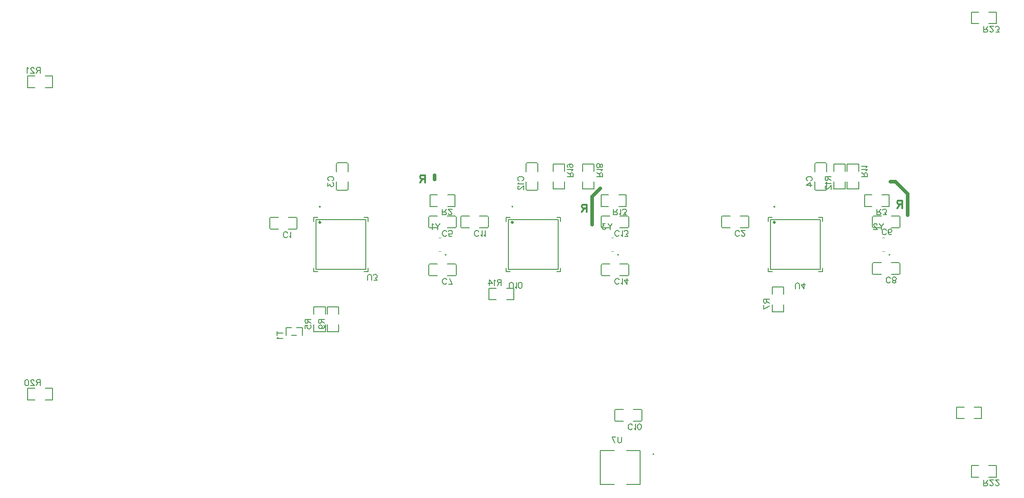
<source format=gbo>
G04 Layer: BottomSilkscreenLayer*
G04 EasyEDA v6.5.34, 2023-09-07 22:36:22*
G04 6936e88fb932453b8581c8861ee1522a,0b3e81c085af431c91bff7fd5324728f,10*
G04 Gerber Generator version 0.2*
G04 Scale: 100 percent, Rotated: No, Reflected: No *
G04 Dimensions in millimeters *
G04 leading zeros omitted , absolute positions ,4 integer and 5 decimal *
%FSLAX45Y45*%
%MOMM*%

%ADD10C,0.3000*%
%ADD11C,0.1524*%
%ADD12C,0.7000*%
%ADD13C,0.1001*%
%ADD14C,0.1270*%
%ADD15C,0.1999*%
%ADD16C,0.2000*%
%ADD17C,0.0164*%

%LPD*%
D10*
X7999984Y6301351D02*
G01*
X7999984Y6158169D01*
X7999984Y6301351D02*
G01*
X7938620Y6301351D01*
X7918165Y6294534D01*
X7911348Y6287714D01*
X7904530Y6274079D01*
X7904530Y6260442D01*
X7911348Y6246804D01*
X7918165Y6239987D01*
X7938620Y6233170D01*
X7999984Y6233170D01*
X7952257Y6233170D02*
G01*
X7904530Y6158169D01*
X16924964Y5826351D02*
G01*
X16924964Y5683168D01*
X16924964Y5826351D02*
G01*
X16863601Y5826351D01*
X16843146Y5819533D01*
X16836329Y5812713D01*
X16829511Y5799079D01*
X16829511Y5785441D01*
X16836329Y5771804D01*
X16843146Y5764987D01*
X16863601Y5758169D01*
X16924964Y5758169D01*
X16877238Y5758169D02*
G01*
X16829511Y5683168D01*
X11024979Y5751352D02*
G01*
X11024979Y5608170D01*
X11024979Y5751352D02*
G01*
X10963615Y5751352D01*
X10943160Y5744535D01*
X10936343Y5737715D01*
X10929526Y5724080D01*
X10929526Y5710443D01*
X10936343Y5696805D01*
X10943160Y5689988D01*
X10963615Y5683171D01*
X11024979Y5683171D01*
X10977252Y5683171D02*
G01*
X10929526Y5608170D01*
D11*
X11877908Y1558229D02*
G01*
X11872711Y1547837D01*
X11862320Y1537446D01*
X11851932Y1532252D01*
X11831149Y1532252D01*
X11820758Y1537446D01*
X11810367Y1547837D01*
X11805170Y1558229D01*
X11799976Y1573817D01*
X11799976Y1599793D01*
X11805170Y1615379D01*
X11810367Y1625770D01*
X11820758Y1636161D01*
X11831149Y1641355D01*
X11851932Y1641355D01*
X11862320Y1636161D01*
X11872711Y1625770D01*
X11877908Y1615379D01*
X11912198Y1553034D02*
G01*
X11922589Y1547837D01*
X11938175Y1532252D01*
X11938175Y1641355D01*
X12003638Y1532252D02*
G01*
X11988050Y1537446D01*
X11977662Y1553034D01*
X11972465Y1579011D01*
X11972465Y1594596D01*
X11977662Y1620575D01*
X11988050Y1636161D01*
X12003638Y1641355D01*
X12014029Y1641355D01*
X12029615Y1636161D01*
X12040006Y1620575D01*
X12045200Y1594596D01*
X12045200Y1579011D01*
X12040006Y1553034D01*
X12029615Y1537446D01*
X12014029Y1532252D01*
X12003638Y1532252D01*
X9002857Y5183240D02*
G01*
X8997660Y5172849D01*
X8987269Y5162458D01*
X8976880Y5157264D01*
X8956098Y5157264D01*
X8945707Y5162458D01*
X8935316Y5172849D01*
X8930119Y5183240D01*
X8924925Y5198828D01*
X8924925Y5224805D01*
X8930119Y5240390D01*
X8935316Y5250781D01*
X8945707Y5261173D01*
X8956098Y5266367D01*
X8976880Y5266367D01*
X8987269Y5261173D01*
X8997660Y5250781D01*
X9002857Y5240390D01*
X9037147Y5178046D02*
G01*
X9047538Y5172849D01*
X9063123Y5157264D01*
X9063123Y5266367D01*
X9097413Y5178046D02*
G01*
X9107804Y5172849D01*
X9123390Y5157264D01*
X9123390Y5266367D01*
X9758243Y6197132D02*
G01*
X9747851Y6202329D01*
X9737460Y6212720D01*
X9732266Y6223109D01*
X9732266Y6243891D01*
X9737460Y6254282D01*
X9747851Y6264673D01*
X9758243Y6269870D01*
X9773831Y6275064D01*
X9799807Y6275064D01*
X9815393Y6269870D01*
X9825784Y6264673D01*
X9836175Y6254282D01*
X9841369Y6243891D01*
X9841369Y6223109D01*
X9836175Y6212720D01*
X9825784Y6202329D01*
X9815393Y6197132D01*
X9753048Y6162842D02*
G01*
X9747851Y6152451D01*
X9732266Y6136866D01*
X9841369Y6136866D01*
X9758243Y6097379D02*
G01*
X9753048Y6097379D01*
X9742657Y6092184D01*
X9737460Y6086990D01*
X9732266Y6076599D01*
X9732266Y6055817D01*
X9737460Y6045426D01*
X9742657Y6040229D01*
X9753048Y6035034D01*
X9763439Y6035034D01*
X9773831Y6040229D01*
X9789416Y6050620D01*
X9841369Y6102576D01*
X9841369Y6029840D01*
X11627845Y5183266D02*
G01*
X11622648Y5172875D01*
X11612257Y5162483D01*
X11601869Y5157289D01*
X11581086Y5157289D01*
X11570695Y5162483D01*
X11560304Y5172875D01*
X11555107Y5183266D01*
X11549913Y5198854D01*
X11549913Y5224830D01*
X11555107Y5240416D01*
X11560304Y5250807D01*
X11570695Y5261198D01*
X11581086Y5266392D01*
X11601869Y5266392D01*
X11612257Y5261198D01*
X11622648Y5250807D01*
X11627845Y5240416D01*
X11662135Y5178071D02*
G01*
X11672526Y5172875D01*
X11688112Y5157289D01*
X11688112Y5266392D01*
X11732793Y5157289D02*
G01*
X11789943Y5157289D01*
X11758769Y5198854D01*
X11774357Y5198854D01*
X11784749Y5204048D01*
X11789943Y5209242D01*
X11795137Y5224830D01*
X11795137Y5235221D01*
X11789943Y5250807D01*
X11779552Y5261198D01*
X11763966Y5266392D01*
X11748378Y5266392D01*
X11732793Y5261198D01*
X11727599Y5256004D01*
X11722402Y5245613D01*
X11627820Y4283242D02*
G01*
X11622623Y4272851D01*
X11612232Y4262460D01*
X11601843Y4257266D01*
X11581061Y4257266D01*
X11570670Y4262460D01*
X11560279Y4272851D01*
X11555082Y4283242D01*
X11549888Y4298830D01*
X11549888Y4324807D01*
X11555082Y4340392D01*
X11560279Y4350783D01*
X11570670Y4361174D01*
X11581061Y4366369D01*
X11601843Y4366369D01*
X11612232Y4361174D01*
X11622623Y4350783D01*
X11627820Y4340392D01*
X11662110Y4278048D02*
G01*
X11672501Y4272851D01*
X11688086Y4257266D01*
X11688086Y4366369D01*
X11774332Y4257266D02*
G01*
X11722376Y4330001D01*
X11800309Y4330001D01*
X11774332Y4257266D02*
G01*
X11774332Y4366369D01*
X800023Y2467703D02*
G01*
X800023Y2358600D01*
X800023Y2467703D02*
G01*
X753264Y2467703D01*
X737679Y2462509D01*
X732482Y2457312D01*
X727288Y2446921D01*
X727288Y2436530D01*
X732482Y2426139D01*
X737679Y2420945D01*
X753264Y2415750D01*
X800023Y2415750D01*
X763656Y2415750D02*
G01*
X727288Y2358600D01*
X687801Y2441727D02*
G01*
X687801Y2446921D01*
X682607Y2457312D01*
X677410Y2462509D01*
X667019Y2467703D01*
X646239Y2467703D01*
X635848Y2462509D01*
X630651Y2457312D01*
X625457Y2446921D01*
X625457Y2436530D01*
X630651Y2426139D01*
X641042Y2410553D01*
X692998Y2358600D01*
X620260Y2358600D01*
X554799Y2467703D02*
G01*
X570384Y2462509D01*
X580776Y2446921D01*
X585970Y2420945D01*
X585970Y2405359D01*
X580776Y2379380D01*
X570384Y2363795D01*
X554799Y2358600D01*
X544408Y2358600D01*
X528820Y2363795D01*
X518429Y2379380D01*
X513234Y2405359D01*
X513234Y2420945D01*
X518429Y2446921D01*
X528820Y2462509D01*
X544408Y2467703D01*
X554799Y2467703D01*
X800023Y8317704D02*
G01*
X800023Y8208601D01*
X800023Y8317704D02*
G01*
X753264Y8317704D01*
X737679Y8312510D01*
X732482Y8307313D01*
X727288Y8296922D01*
X727288Y8286531D01*
X732482Y8276140D01*
X737679Y8270946D01*
X753264Y8265751D01*
X800023Y8265751D01*
X763656Y8265751D02*
G01*
X727288Y8208601D01*
X687801Y8291728D02*
G01*
X687801Y8296922D01*
X682607Y8307313D01*
X677410Y8312510D01*
X667019Y8317704D01*
X646239Y8317704D01*
X635848Y8312510D01*
X630651Y8307313D01*
X625457Y8296922D01*
X625457Y8286531D01*
X630651Y8276140D01*
X641042Y8260554D01*
X692998Y8208601D01*
X620260Y8208601D01*
X585970Y8296922D02*
G01*
X575579Y8302119D01*
X559993Y8317704D01*
X559993Y8208601D01*
X18449975Y482267D02*
G01*
X18449975Y591370D01*
X18449975Y482267D02*
G01*
X18496734Y482267D01*
X18512320Y487461D01*
X18517516Y492658D01*
X18522711Y503049D01*
X18522711Y513440D01*
X18517516Y523831D01*
X18512320Y529026D01*
X18496734Y534220D01*
X18449975Y534220D01*
X18486343Y534220D02*
G01*
X18522711Y591370D01*
X18562198Y508243D02*
G01*
X18562198Y503049D01*
X18567392Y492658D01*
X18572589Y487461D01*
X18582980Y482267D01*
X18603760Y482267D01*
X18614151Y487461D01*
X18619348Y492658D01*
X18624542Y503049D01*
X18624542Y513440D01*
X18619348Y523831D01*
X18608956Y539417D01*
X18557001Y591370D01*
X18629739Y591370D01*
X18669223Y508243D02*
G01*
X18669223Y503049D01*
X18674420Y492658D01*
X18679614Y487461D01*
X18690005Y482267D01*
X18710788Y482267D01*
X18721179Y487461D01*
X18726373Y492658D01*
X18731570Y503049D01*
X18731570Y513440D01*
X18726373Y523831D01*
X18715982Y539417D01*
X18664029Y591370D01*
X18736764Y591370D01*
X18449975Y8982250D02*
G01*
X18449975Y9091353D01*
X18449975Y8982250D02*
G01*
X18496734Y8982250D01*
X18512320Y8987444D01*
X18517516Y8992641D01*
X18522711Y9003032D01*
X18522711Y9013423D01*
X18517516Y9023814D01*
X18512320Y9029009D01*
X18496734Y9034203D01*
X18449975Y9034203D01*
X18486343Y9034203D02*
G01*
X18522711Y9091353D01*
X18562198Y9008226D02*
G01*
X18562198Y9003032D01*
X18567392Y8992641D01*
X18572589Y8987444D01*
X18582980Y8982250D01*
X18603760Y8982250D01*
X18614151Y8987444D01*
X18619348Y8992641D01*
X18624542Y9003032D01*
X18624542Y9013423D01*
X18619348Y9023814D01*
X18608956Y9039400D01*
X18557001Y9091353D01*
X18629739Y9091353D01*
X18674420Y8982250D02*
G01*
X18731570Y8982250D01*
X18700396Y9023814D01*
X18715982Y9023814D01*
X18726373Y9029009D01*
X18731570Y9034203D01*
X18736764Y9049791D01*
X18736764Y9060182D01*
X18731570Y9075767D01*
X18721179Y9086159D01*
X18705591Y9091353D01*
X18690005Y9091353D01*
X18674420Y9086159D01*
X18669223Y9080964D01*
X18664029Y9070573D01*
X10767717Y6274912D02*
G01*
X10658614Y6274912D01*
X10767717Y6274912D02*
G01*
X10767717Y6321671D01*
X10762523Y6337256D01*
X10757326Y6342453D01*
X10746935Y6347647D01*
X10736544Y6347647D01*
X10726153Y6342453D01*
X10720959Y6337256D01*
X10715764Y6321671D01*
X10715764Y6274912D01*
X10715764Y6311280D02*
G01*
X10658614Y6347647D01*
X10746935Y6381937D02*
G01*
X10752132Y6392329D01*
X10767717Y6407917D01*
X10658614Y6407917D01*
X10731350Y6509748D02*
G01*
X10715764Y6504551D01*
X10705373Y6494160D01*
X10700176Y6478574D01*
X10700176Y6473377D01*
X10705373Y6457792D01*
X10715764Y6447401D01*
X10731350Y6442207D01*
X10736544Y6442207D01*
X10752132Y6447401D01*
X10762523Y6457792D01*
X10767717Y6473377D01*
X10767717Y6478574D01*
X10762523Y6494160D01*
X10752132Y6504551D01*
X10731350Y6509748D01*
X10705373Y6509748D01*
X10679394Y6504551D01*
X10663809Y6494160D01*
X10658614Y6478574D01*
X10658614Y6468183D01*
X10663809Y6452598D01*
X10674200Y6447401D01*
X15482242Y6275064D02*
G01*
X15591345Y6275064D01*
X15482242Y6275064D02*
G01*
X15482242Y6228306D01*
X15487436Y6212720D01*
X15492633Y6207523D01*
X15503024Y6202329D01*
X15513415Y6202329D01*
X15523806Y6207523D01*
X15529001Y6212720D01*
X15534195Y6228306D01*
X15534195Y6275064D01*
X15534195Y6238697D02*
G01*
X15591345Y6202329D01*
X15503024Y6168039D02*
G01*
X15497827Y6157648D01*
X15482242Y6142060D01*
X15591345Y6142060D01*
X15508218Y6102576D02*
G01*
X15503024Y6102576D01*
X15492633Y6097379D01*
X15487436Y6092184D01*
X15482242Y6081793D01*
X15482242Y6061011D01*
X15487436Y6050620D01*
X15492633Y6045426D01*
X15503024Y6040229D01*
X15513415Y6040229D01*
X15523806Y6045426D01*
X15539392Y6055817D01*
X15591345Y6107770D01*
X15591345Y6035034D01*
X6007280Y3600063D02*
G01*
X6116383Y3600063D01*
X6007280Y3600063D02*
G01*
X6007280Y3553305D01*
X6012474Y3537719D01*
X6017671Y3532522D01*
X6028062Y3527328D01*
X6038453Y3527328D01*
X6048844Y3532522D01*
X6054039Y3537719D01*
X6059233Y3553305D01*
X6059233Y3600063D01*
X6059233Y3563696D02*
G01*
X6116383Y3527328D01*
X6043648Y3425497D02*
G01*
X6059233Y3430691D01*
X6069624Y3441082D01*
X6074821Y3456668D01*
X6074821Y3461865D01*
X6069624Y3477450D01*
X6059233Y3487841D01*
X6043648Y3493038D01*
X6038453Y3493038D01*
X6022865Y3487841D01*
X6012474Y3477450D01*
X6007280Y3461865D01*
X6007280Y3456668D01*
X6012474Y3441082D01*
X6022865Y3430691D01*
X6043648Y3425497D01*
X6069624Y3425497D01*
X6095603Y3430691D01*
X6111189Y3441082D01*
X6116383Y3456668D01*
X6116383Y3467059D01*
X6111189Y3482647D01*
X6100798Y3487841D01*
X8274984Y5394705D02*
G01*
X8233328Y5342889D01*
X8233328Y5285739D01*
X8191926Y5394705D02*
G01*
X8233328Y5342889D01*
X8157636Y5373878D02*
G01*
X8147222Y5379212D01*
X8131474Y5394705D01*
X8131474Y5285739D01*
X11499977Y5394705D02*
G01*
X11458575Y5342636D01*
X11458575Y5285486D01*
X11416918Y5394705D02*
G01*
X11458575Y5342636D01*
X11372215Y5394705D02*
G01*
X11315065Y5394705D01*
X11346306Y5353050D01*
X11330559Y5353050D01*
X11320399Y5347970D01*
X11315065Y5342636D01*
X11309984Y5327142D01*
X11309984Y5316728D01*
X11315065Y5301234D01*
X11325479Y5290820D01*
X11340972Y5285486D01*
X11356720Y5285486D01*
X11372215Y5290820D01*
X11377549Y5295900D01*
X11382629Y5306313D01*
X5231472Y3338669D02*
G01*
X5340438Y3338669D01*
X5231472Y3374991D02*
G01*
X5231472Y3302347D01*
X5252300Y3268057D02*
G01*
X5246966Y3257643D01*
X5231472Y3241895D01*
X5340438Y3241895D01*
X16574968Y5394705D02*
G01*
X16533566Y5342636D01*
X16533566Y5285486D01*
X16491910Y5394705D02*
G01*
X16533566Y5342636D01*
X16452540Y5368797D02*
G01*
X16452540Y5373878D01*
X16447206Y5384292D01*
X16442126Y5389626D01*
X16431712Y5394705D01*
X16410884Y5394705D01*
X16400470Y5389626D01*
X16395390Y5384292D01*
X16390056Y5373878D01*
X16390056Y5363463D01*
X16395390Y5353050D01*
X16405804Y5337555D01*
X16457620Y5285486D01*
X16384976Y5285486D01*
X11675376Y1397513D02*
G01*
X11675376Y1319535D01*
X11670296Y1304041D01*
X11659882Y1293627D01*
X11644388Y1288293D01*
X11633974Y1288293D01*
X11618226Y1293627D01*
X11607812Y1304041D01*
X11602732Y1319535D01*
X11602732Y1397513D01*
X11495798Y1397513D02*
G01*
X11547614Y1288293D01*
X11568442Y1397513D02*
G01*
X11495798Y1397513D01*
X5427967Y5158181D02*
G01*
X5422633Y5147767D01*
X5412219Y5137353D01*
X5402059Y5132273D01*
X5381231Y5132273D01*
X5370817Y5137353D01*
X5360403Y5147767D01*
X5355069Y5158181D01*
X5349989Y5173929D01*
X5349989Y5199837D01*
X5355069Y5215331D01*
X5360403Y5225745D01*
X5370817Y5236159D01*
X5381231Y5241239D01*
X5402059Y5241239D01*
X5412219Y5236159D01*
X5422633Y5225745D01*
X5427967Y5215331D01*
X5462257Y5153101D02*
G01*
X5472671Y5147767D01*
X5488165Y5132273D01*
X5488165Y5241239D01*
X6208179Y6197008D02*
G01*
X6197765Y6202342D01*
X6187351Y6212756D01*
X6182271Y6223170D01*
X6182271Y6243998D01*
X6187351Y6254158D01*
X6197765Y6264572D01*
X6208179Y6269906D01*
X6223927Y6274986D01*
X6249835Y6274986D01*
X6265329Y6269906D01*
X6275743Y6264572D01*
X6286157Y6254158D01*
X6291491Y6243998D01*
X6291491Y6223170D01*
X6286157Y6212756D01*
X6275743Y6202342D01*
X6265329Y6197008D01*
X6182271Y6152558D02*
G01*
X6182271Y6095408D01*
X6223927Y6126396D01*
X6223927Y6110902D01*
X6229007Y6100488D01*
X6234341Y6095408D01*
X6249835Y6090074D01*
X6260249Y6090074D01*
X6275743Y6095408D01*
X6286157Y6105568D01*
X6291491Y6121316D01*
X6291491Y6136810D01*
X6286157Y6152558D01*
X6281077Y6157638D01*
X6270663Y6162718D01*
X8402962Y5183179D02*
G01*
X8397628Y5172765D01*
X8387214Y5162351D01*
X8376800Y5157271D01*
X8355972Y5157271D01*
X8345812Y5162351D01*
X8335398Y5172765D01*
X8330064Y5183179D01*
X8324984Y5198927D01*
X8324984Y5224835D01*
X8330064Y5240329D01*
X8335398Y5250743D01*
X8345812Y5261157D01*
X8355972Y5266491D01*
X8376800Y5266491D01*
X8387214Y5261157D01*
X8397628Y5250743D01*
X8402962Y5240329D01*
X8499482Y5157271D02*
G01*
X8447412Y5157271D01*
X8442332Y5204007D01*
X8447412Y5198927D01*
X8463160Y5193593D01*
X8478654Y5193593D01*
X8494402Y5198927D01*
X8504562Y5209341D01*
X8509896Y5224835D01*
X8509896Y5235249D01*
X8504562Y5250743D01*
X8494402Y5261157D01*
X8478654Y5266491D01*
X8463160Y5266491D01*
X8447412Y5261157D01*
X8442332Y5256077D01*
X8437252Y5245663D01*
X8402962Y4283181D02*
G01*
X8397628Y4272767D01*
X8387214Y4262353D01*
X8376800Y4257273D01*
X8355972Y4257273D01*
X8345812Y4262353D01*
X8335398Y4272767D01*
X8330064Y4283181D01*
X8324984Y4298929D01*
X8324984Y4324837D01*
X8330064Y4340331D01*
X8335398Y4350745D01*
X8345812Y4361159D01*
X8355972Y4366493D01*
X8376800Y4366493D01*
X8387214Y4361159D01*
X8397628Y4350745D01*
X8402962Y4340331D01*
X8509896Y4257273D02*
G01*
X8457826Y4366493D01*
X8437252Y4257273D02*
G01*
X8509896Y4257273D01*
X8324984Y5557271D02*
G01*
X8324984Y5666491D01*
X8324984Y5557271D02*
G01*
X8371720Y5557271D01*
X8387214Y5562351D01*
X8392548Y5567685D01*
X8397628Y5578099D01*
X8397628Y5588513D01*
X8392548Y5598927D01*
X8387214Y5604007D01*
X8371720Y5609341D01*
X8324984Y5609341D01*
X8361306Y5609341D02*
G01*
X8397628Y5666491D01*
X8436998Y5583179D02*
G01*
X8436998Y5578099D01*
X8442332Y5567685D01*
X8447412Y5562351D01*
X8457826Y5557271D01*
X8478654Y5557271D01*
X8489068Y5562351D01*
X8494148Y5567685D01*
X8499482Y5578099D01*
X8499482Y5588513D01*
X8494148Y5598927D01*
X8483988Y5614421D01*
X8431918Y5666491D01*
X8504562Y5666491D01*
X5757273Y3599992D02*
G01*
X5866493Y3599992D01*
X5757273Y3599992D02*
G01*
X5757273Y3553256D01*
X5762353Y3537762D01*
X5767687Y3532428D01*
X5778101Y3527348D01*
X5788515Y3527348D01*
X5798929Y3532428D01*
X5804009Y3537762D01*
X5809343Y3553256D01*
X5809343Y3599992D01*
X5809343Y3563670D02*
G01*
X5866493Y3527348D01*
X5757273Y3430828D02*
G01*
X5757273Y3482644D01*
X5804009Y3487978D01*
X5798929Y3482644D01*
X5793595Y3467150D01*
X5793595Y3451402D01*
X5798929Y3435908D01*
X5809343Y3425494D01*
X5824837Y3420414D01*
X5835251Y3420414D01*
X5850745Y3425494D01*
X5861159Y3435908D01*
X5866493Y3451402D01*
X5866493Y3467150D01*
X5861159Y3482644D01*
X5856079Y3487978D01*
X5845665Y3493058D01*
X6925025Y4334654D02*
G01*
X6925025Y4412632D01*
X6930105Y4428126D01*
X6940519Y4438540D01*
X6956013Y4443874D01*
X6966427Y4443874D01*
X6982175Y4438540D01*
X6992589Y4428126D01*
X6997669Y4412632D01*
X6997669Y4334654D01*
X7042373Y4334654D02*
G01*
X7099523Y4334654D01*
X7068281Y4376310D01*
X7084029Y4376310D01*
X7094443Y4381390D01*
X7099523Y4386724D01*
X7104603Y4402218D01*
X7104603Y4412632D01*
X7099523Y4428126D01*
X7089109Y4438540D01*
X7073615Y4443874D01*
X7057867Y4443874D01*
X7042373Y4438540D01*
X7037293Y4433460D01*
X7031959Y4423046D01*
X13877950Y5183179D02*
G01*
X13872616Y5172765D01*
X13862202Y5162351D01*
X13851788Y5157271D01*
X13830960Y5157271D01*
X13820800Y5162351D01*
X13810386Y5172765D01*
X13805052Y5183179D01*
X13799972Y5198927D01*
X13799972Y5224835D01*
X13805052Y5240329D01*
X13810386Y5250743D01*
X13820800Y5261157D01*
X13830960Y5266491D01*
X13851788Y5266491D01*
X13862202Y5261157D01*
X13872616Y5250743D01*
X13877950Y5240329D01*
X13917320Y5183179D02*
G01*
X13917320Y5178099D01*
X13922400Y5167685D01*
X13927734Y5162351D01*
X13938148Y5157271D01*
X13958976Y5157271D01*
X13969390Y5162351D01*
X13974470Y5167685D01*
X13979550Y5178099D01*
X13979550Y5188513D01*
X13974470Y5198927D01*
X13964056Y5214421D01*
X13912240Y5266491D01*
X13984884Y5266491D01*
X15158161Y6197008D02*
G01*
X15147747Y6202342D01*
X15137333Y6212756D01*
X15132253Y6223170D01*
X15132253Y6243998D01*
X15137333Y6254158D01*
X15147747Y6264572D01*
X15158161Y6269906D01*
X15173909Y6274986D01*
X15199817Y6274986D01*
X15215311Y6269906D01*
X15225725Y6264572D01*
X15236139Y6254158D01*
X15241473Y6243998D01*
X15241473Y6223170D01*
X15236139Y6212756D01*
X15225725Y6202342D01*
X15215311Y6197008D01*
X15132253Y6110902D02*
G01*
X15204897Y6162718D01*
X15204897Y6084994D01*
X15132253Y6110902D02*
G01*
X15241473Y6110902D01*
X16628010Y5210558D02*
G01*
X16622676Y5200144D01*
X16612262Y5189730D01*
X16601848Y5184650D01*
X16581020Y5184650D01*
X16570860Y5189730D01*
X16560446Y5200144D01*
X16555112Y5210558D01*
X16550032Y5226306D01*
X16550032Y5252214D01*
X16555112Y5267708D01*
X16560446Y5278122D01*
X16570860Y5288536D01*
X16581020Y5293870D01*
X16601848Y5293870D01*
X16612262Y5288536D01*
X16622676Y5278122D01*
X16628010Y5267708D01*
X16724530Y5200144D02*
G01*
X16719450Y5189730D01*
X16703702Y5184650D01*
X16693288Y5184650D01*
X16677794Y5189730D01*
X16667380Y5205478D01*
X16662300Y5231386D01*
X16662300Y5257294D01*
X16667380Y5278122D01*
X16677794Y5288536D01*
X16693288Y5293870D01*
X16698622Y5293870D01*
X16714116Y5288536D01*
X16724530Y5278122D01*
X16729610Y5262628D01*
X16729610Y5257294D01*
X16724530Y5241800D01*
X16714116Y5231386D01*
X16698622Y5226306D01*
X16693288Y5226306D01*
X16677794Y5231386D01*
X16667380Y5241800D01*
X16662300Y5257294D01*
X16702946Y4308182D02*
G01*
X16697612Y4297768D01*
X16687198Y4287354D01*
X16676784Y4282274D01*
X16655956Y4282274D01*
X16645796Y4287354D01*
X16635382Y4297768D01*
X16630048Y4308182D01*
X16624968Y4323930D01*
X16624968Y4349838D01*
X16630048Y4365332D01*
X16635382Y4375746D01*
X16645796Y4386160D01*
X16655956Y4391494D01*
X16676784Y4391494D01*
X16687198Y4386160D01*
X16697612Y4375746D01*
X16702946Y4365332D01*
X16763144Y4282274D02*
G01*
X16747396Y4287354D01*
X16742316Y4297768D01*
X16742316Y4308182D01*
X16747396Y4318596D01*
X16757810Y4323930D01*
X16778638Y4329010D01*
X16794386Y4334344D01*
X16804546Y4344504D01*
X16809880Y4354918D01*
X16809880Y4370666D01*
X16804546Y4381080D01*
X16799466Y4386160D01*
X16783972Y4391494D01*
X16763144Y4391494D01*
X16747396Y4386160D01*
X16742316Y4381080D01*
X16737236Y4370666D01*
X16737236Y4354918D01*
X16742316Y4344504D01*
X16752730Y4334344D01*
X16768224Y4329010D01*
X16789052Y4323930D01*
X16799466Y4318596D01*
X16804546Y4308182D01*
X16804546Y4297768D01*
X16799466Y4287354D01*
X16783972Y4282274D01*
X16763144Y4282274D01*
X16449967Y5557271D02*
G01*
X16449967Y5666491D01*
X16449967Y5557271D02*
G01*
X16496703Y5557271D01*
X16512197Y5562351D01*
X16517531Y5567685D01*
X16522611Y5578099D01*
X16522611Y5588513D01*
X16517531Y5598927D01*
X16512197Y5604007D01*
X16496703Y5609341D01*
X16449967Y5609341D01*
X16486289Y5609341D02*
G01*
X16522611Y5666491D01*
X16567315Y5557271D02*
G01*
X16624465Y5557271D01*
X16593223Y5598927D01*
X16608971Y5598927D01*
X16619385Y5604007D01*
X16624465Y5609341D01*
X16629545Y5624835D01*
X16629545Y5635249D01*
X16624465Y5650743D01*
X16614051Y5661157D01*
X16598557Y5666491D01*
X16582809Y5666491D01*
X16567315Y5661157D01*
X16562235Y5656077D01*
X16556901Y5645663D01*
X14332254Y3974990D02*
G01*
X14441474Y3974990D01*
X14332254Y3974990D02*
G01*
X14332254Y3928254D01*
X14337334Y3912760D01*
X14342668Y3907426D01*
X14353082Y3902346D01*
X14363496Y3902346D01*
X14373910Y3907426D01*
X14378990Y3912760D01*
X14384324Y3928254D01*
X14384324Y3974990D01*
X14384324Y3938668D02*
G01*
X14441474Y3902346D01*
X14332254Y3795412D02*
G01*
X14441474Y3847228D01*
X14332254Y3868056D02*
G01*
X14332254Y3795412D01*
X16267684Y6274986D02*
G01*
X16158463Y6274986D01*
X16267684Y6274986D02*
G01*
X16267684Y6321722D01*
X16262604Y6337216D01*
X16257270Y6342550D01*
X16246856Y6347630D01*
X16236442Y6347630D01*
X16226027Y6342550D01*
X16220947Y6337216D01*
X16215613Y6321722D01*
X16215613Y6274986D01*
X16215613Y6311308D02*
G01*
X16158463Y6347630D01*
X16246856Y6381920D02*
G01*
X16252190Y6392334D01*
X16267684Y6407828D01*
X16158463Y6407828D01*
X16246856Y6442118D02*
G01*
X16252190Y6452532D01*
X16267684Y6468280D01*
X16158463Y6468280D01*
X14924971Y4173473D02*
G01*
X14924971Y4251452D01*
X14930051Y4266946D01*
X14940465Y4277360D01*
X14955959Y4282694D01*
X14966373Y4282694D01*
X14982121Y4277360D01*
X14992535Y4266946D01*
X14997615Y4251452D01*
X14997615Y4173473D01*
X15083975Y4173473D02*
G01*
X15031905Y4246118D01*
X15109883Y4246118D01*
X15083975Y4173473D02*
G01*
X15083975Y4282694D01*
X11524975Y5557271D02*
G01*
X11524975Y5666491D01*
X11524975Y5557271D02*
G01*
X11571711Y5557271D01*
X11587205Y5562351D01*
X11592539Y5567685D01*
X11597619Y5578099D01*
X11597619Y5588513D01*
X11592539Y5598927D01*
X11587205Y5604007D01*
X11571711Y5609341D01*
X11524975Y5609341D01*
X11561297Y5609341D02*
G01*
X11597619Y5666491D01*
X11631909Y5578099D02*
G01*
X11642323Y5572765D01*
X11657817Y5557271D01*
X11657817Y5666491D01*
X11702521Y5557271D02*
G01*
X11759671Y5557271D01*
X11728683Y5598927D01*
X11744177Y5598927D01*
X11754591Y5604007D01*
X11759671Y5609341D01*
X11765005Y5624835D01*
X11765005Y5635249D01*
X11759671Y5650743D01*
X11749257Y5661157D01*
X11733763Y5666491D01*
X11718269Y5666491D01*
X11702521Y5661157D01*
X11697441Y5656077D01*
X11692107Y5645663D01*
X9424982Y4342706D02*
G01*
X9424982Y4233486D01*
X9424982Y4342706D02*
G01*
X9378246Y4342706D01*
X9362752Y4337626D01*
X9357418Y4332292D01*
X9352338Y4321878D01*
X9352338Y4311464D01*
X9357418Y4301050D01*
X9362752Y4295970D01*
X9378246Y4290636D01*
X9424982Y4290636D01*
X9388660Y4290636D02*
G01*
X9352338Y4233486D01*
X9318048Y4321878D02*
G01*
X9307634Y4327212D01*
X9292140Y4342706D01*
X9292140Y4233486D01*
X9205780Y4342706D02*
G01*
X9257850Y4270062D01*
X9179872Y4270062D01*
X9205780Y4342706D02*
G01*
X9205780Y4233486D01*
X11317693Y6274986D02*
G01*
X11208473Y6274986D01*
X11317693Y6274986D02*
G01*
X11317693Y6321722D01*
X11312613Y6337216D01*
X11307279Y6342550D01*
X11296865Y6347630D01*
X11286451Y6347630D01*
X11276037Y6342550D01*
X11270957Y6337216D01*
X11265623Y6321722D01*
X11265623Y6274986D01*
X11265623Y6311308D02*
G01*
X11208473Y6347630D01*
X11296865Y6381920D02*
G01*
X11302199Y6392334D01*
X11317693Y6407828D01*
X11208473Y6407828D01*
X11317693Y6468280D02*
G01*
X11312613Y6452532D01*
X11302199Y6447452D01*
X11291785Y6447452D01*
X11281371Y6452532D01*
X11276037Y6462946D01*
X11270957Y6483774D01*
X11265623Y6499268D01*
X11255463Y6509682D01*
X11245049Y6515016D01*
X11229301Y6515016D01*
X11218887Y6509682D01*
X11213807Y6504602D01*
X11208473Y6488854D01*
X11208473Y6468280D01*
X11213807Y6452532D01*
X11218887Y6447452D01*
X11229301Y6442118D01*
X11245049Y6442118D01*
X11255463Y6447452D01*
X11265623Y6457866D01*
X11270957Y6473360D01*
X11276037Y6494188D01*
X11281371Y6504602D01*
X11291785Y6509682D01*
X11302199Y6509682D01*
X11312613Y6504602D01*
X11317693Y6488854D01*
X11317693Y6468280D01*
X9575040Y4184655D02*
G01*
X9575040Y4262633D01*
X9580120Y4278127D01*
X9590534Y4288541D01*
X9606028Y4293875D01*
X9616442Y4293875D01*
X9632190Y4288541D01*
X9642604Y4278127D01*
X9647684Y4262633D01*
X9647684Y4184655D01*
X9681974Y4205483D02*
G01*
X9692388Y4200149D01*
X9707882Y4184655D01*
X9707882Y4293875D01*
X9773414Y4184655D02*
G01*
X9757920Y4189735D01*
X9747506Y4205483D01*
X9742172Y4231391D01*
X9742172Y4246885D01*
X9747506Y4273047D01*
X9757920Y4288541D01*
X9773414Y4293875D01*
X9783828Y4293875D01*
X9799322Y4288541D01*
X9809736Y4273047D01*
X9815070Y4246885D01*
X9815070Y4231391D01*
X9809736Y4205483D01*
X9799322Y4189735D01*
X9783828Y4184655D01*
X9773414Y4184655D01*
D12*
X16699966Y6174986D02*
G01*
X16799966Y6174986D01*
X17024964Y5949988D01*
X17024964Y5549988D01*
X11274978Y6049987D02*
G01*
X11124979Y5899988D01*
X11124979Y5374987D01*
X8174984Y6299987D02*
G01*
X8174984Y6224986D01*
D11*
X12041019Y1690832D02*
G01*
X11892521Y1690832D01*
X11892521Y1909353D02*
G01*
X12041019Y1909353D01*
X12056259Y1894113D02*
G01*
X12056259Y1706072D01*
X11558780Y1690832D02*
G01*
X11707279Y1690832D01*
X11707279Y1909353D02*
G01*
X11558780Y1909353D01*
X11543540Y1894113D02*
G01*
X11543540Y1706072D01*
X9165993Y5315666D02*
G01*
X9017495Y5315666D01*
X9017495Y5534187D02*
G01*
X9165993Y5534187D01*
X9181233Y5518947D02*
G01*
X9181233Y5330906D01*
X8683754Y5315666D02*
G01*
X8832253Y5315666D01*
X8832253Y5534187D02*
G01*
X8683754Y5534187D01*
X8668514Y5518947D02*
G01*
X8668514Y5330906D01*
X9890795Y6033945D02*
G01*
X9890795Y6182443D01*
X10109316Y6182443D02*
G01*
X10109316Y6033945D01*
X10094076Y6018705D02*
G01*
X9906035Y6018705D01*
X9890795Y6516184D02*
G01*
X9890795Y6367686D01*
X10109316Y6367686D02*
G01*
X10109316Y6516184D01*
X10094076Y6531424D02*
G01*
X9906035Y6531424D01*
X11791083Y5315666D02*
G01*
X11642585Y5315666D01*
X11642585Y5534187D02*
G01*
X11791083Y5534187D01*
X11806323Y5518947D02*
G01*
X11806323Y5330906D01*
X11308844Y5315666D02*
G01*
X11457343Y5315666D01*
X11457343Y5534187D02*
G01*
X11308844Y5534187D01*
X11293604Y5518947D02*
G01*
X11293604Y5330906D01*
X11791083Y4415744D02*
G01*
X11642585Y4415744D01*
X11642585Y4634265D02*
G01*
X11791083Y4634265D01*
X11806323Y4619025D02*
G01*
X11806323Y4430984D01*
X11308844Y4415744D02*
G01*
X11457343Y4415744D01*
X11457343Y4634265D02*
G01*
X11308844Y4634265D01*
X11293604Y4619025D02*
G01*
X11293604Y4430984D01*
X704801Y2091979D02*
G01*
X568810Y2091979D01*
X568810Y2307798D01*
X704801Y2307798D01*
X895042Y2091979D02*
G01*
X1031034Y2091979D01*
X1031034Y2307798D01*
X895042Y2307798D01*
X704801Y7942107D02*
G01*
X568810Y7942107D01*
X568810Y8157926D01*
X704801Y8157926D01*
X895042Y7942107D02*
G01*
X1031034Y7942107D01*
X1031034Y8157926D01*
X895042Y8157926D01*
X18544994Y857966D02*
G01*
X18680986Y857966D01*
X18680986Y642147D01*
X18544994Y642147D01*
X18354753Y857966D02*
G01*
X18218762Y857966D01*
X18218762Y642147D01*
X18354753Y642147D01*
X18544994Y9357822D02*
G01*
X18680986Y9357822D01*
X18680986Y9142003D01*
X18544994Y9142003D01*
X18354753Y9357822D02*
G01*
X18218762Y9357822D01*
X18218762Y9142003D01*
X18354753Y9142003D01*
X10392018Y6370185D02*
G01*
X10392018Y6506176D01*
X10607837Y6506176D01*
X10607837Y6370185D01*
X10392018Y6179944D02*
G01*
X10392018Y6043952D01*
X10607837Y6043952D01*
X10607837Y6179944D01*
X15857763Y6179944D02*
G01*
X15857763Y6043952D01*
X15641944Y6043952D01*
X15641944Y6179944D01*
X15857763Y6370185D02*
G01*
X15857763Y6506176D01*
X15641944Y6506176D01*
X15641944Y6370185D01*
X18270085Y1957905D02*
G01*
X18406076Y1957905D01*
X18406076Y1742086D01*
X18270085Y1742086D01*
X18079844Y1957905D02*
G01*
X17943852Y1957905D01*
X17943852Y1742086D01*
X18079844Y1742086D01*
X6382801Y3504816D02*
G01*
X6382801Y3368824D01*
X6166982Y3368824D01*
X6166982Y3504816D01*
X6382801Y3695057D02*
G01*
X6382801Y3831048D01*
X6166982Y3831048D01*
X6166982Y3695057D01*
D13*
X8294974Y5124983D02*
G01*
X8254994Y5124983D01*
X8294974Y4874996D02*
G01*
X8254994Y4874996D01*
X11519966Y5124983D02*
G01*
X11479987Y5124983D01*
X11519966Y4874996D02*
G01*
X11479987Y4874996D01*
D11*
X5397367Y3302370D02*
G01*
X5397367Y3447613D01*
X5500530Y3447613D01*
X5702609Y3302370D02*
G01*
X5702609Y3447613D01*
X5599447Y3447613D01*
X5504449Y3302370D02*
G01*
X5595528Y3302370D01*
D13*
X16594957Y5124983D02*
G01*
X16554978Y5124983D01*
X16594957Y4874996D02*
G01*
X16554978Y4874996D01*
D14*
X11534965Y505007D02*
G01*
X11274971Y505007D01*
X11274971Y1144986D01*
X11534965Y1144986D01*
X11764987Y505007D02*
G01*
X12024982Y505007D01*
X12024982Y1144986D01*
X11764987Y1144986D01*
D11*
X5591108Y5290728D02*
G01*
X5442610Y5290728D01*
X5442610Y5509249D02*
G01*
X5591108Y5509249D01*
X5606348Y5494009D02*
G01*
X5606348Y5305968D01*
X5108869Y5290728D02*
G01*
X5257368Y5290728D01*
X5257368Y5509249D02*
G01*
X5108869Y5509249D01*
X5093629Y5494009D02*
G01*
X5093629Y5305968D01*
X6340726Y6033866D02*
G01*
X6340726Y6182365D01*
X6559247Y6182365D02*
G01*
X6559247Y6033866D01*
X6544007Y6018626D02*
G01*
X6355966Y6018626D01*
X6340726Y6516105D02*
G01*
X6340726Y6367607D01*
X6559247Y6367607D02*
G01*
X6559247Y6516105D01*
X6544007Y6531345D02*
G01*
X6355966Y6531345D01*
X8566104Y5315727D02*
G01*
X8417605Y5315727D01*
X8417605Y5534248D02*
G01*
X8566104Y5534248D01*
X8581344Y5519008D02*
G01*
X8581344Y5330967D01*
X8083864Y5315727D02*
G01*
X8232363Y5315727D01*
X8232363Y5534248D02*
G01*
X8083864Y5534248D01*
X8068624Y5519008D02*
G01*
X8068624Y5330967D01*
X8566104Y4415729D02*
G01*
X8417605Y4415729D01*
X8417605Y4634250D02*
G01*
X8566104Y4634250D01*
X8581344Y4619010D02*
G01*
X8581344Y4430969D01*
X8083864Y4415729D02*
G01*
X8232363Y4415729D01*
X8232363Y4634250D02*
G01*
X8083864Y4634250D01*
X8068624Y4619010D02*
G01*
X8068624Y4430969D01*
X8420105Y5932896D02*
G01*
X8556096Y5932896D01*
X8556096Y5717077D01*
X8420105Y5717077D01*
X8229864Y5932896D02*
G01*
X8093872Y5932896D01*
X8093872Y5717077D01*
X8229864Y5717077D01*
X6132898Y3504872D02*
G01*
X6132898Y3368880D01*
X5917079Y3368880D01*
X5917079Y3504872D01*
X6132898Y3695113D02*
G01*
X6132898Y3831104D01*
X5917079Y3831104D01*
X5917079Y3695113D01*
X5916988Y4565192D02*
G01*
X5916988Y4491989D01*
X5990191Y4491989D01*
X6932988Y4565192D02*
G01*
X6932988Y4491989D01*
X6859785Y4491989D01*
X5916988Y5434787D02*
G01*
X5916988Y5507989D01*
X5990191Y5507989D01*
X6932988Y5434787D02*
G01*
X6932988Y5507989D01*
X6859785Y5507989D01*
X5957468Y5467510D02*
G01*
X5957468Y4532469D01*
X6892508Y4532469D01*
X6892508Y5467510D01*
X5957468Y5467510D01*
X14041092Y5315727D02*
G01*
X13892593Y5315727D01*
X13892593Y5534248D02*
G01*
X14041092Y5534248D01*
X14056332Y5519008D02*
G01*
X14056332Y5330967D01*
X13558852Y5315727D02*
G01*
X13707351Y5315727D01*
X13707351Y5534248D02*
G01*
X13558852Y5534248D01*
X13543612Y5519008D02*
G01*
X13543612Y5330967D01*
X15290708Y6033866D02*
G01*
X15290708Y6182365D01*
X15509229Y6182365D02*
G01*
X15509229Y6033866D01*
X15493989Y6018626D02*
G01*
X15305948Y6018626D01*
X15290708Y6516105D02*
G01*
X15290708Y6367607D01*
X15509229Y6367607D02*
G01*
X15509229Y6516105D01*
X15493989Y6531345D02*
G01*
X15305948Y6531345D01*
X16866087Y5315727D02*
G01*
X16717589Y5315727D01*
X16717589Y5534248D02*
G01*
X16866087Y5534248D01*
X16881327Y5519008D02*
G01*
X16881327Y5330967D01*
X16383848Y5315727D02*
G01*
X16532346Y5315727D01*
X16532346Y5534248D02*
G01*
X16383848Y5534248D01*
X16368608Y5519008D02*
G01*
X16368608Y5330967D01*
X16866087Y4440730D02*
G01*
X16717589Y4440730D01*
X16717589Y4659251D02*
G01*
X16866087Y4659251D01*
X16881327Y4644011D02*
G01*
X16881327Y4455970D01*
X16383848Y4440730D02*
G01*
X16532346Y4440730D01*
X16532346Y4659251D02*
G01*
X16383848Y4659251D01*
X16368608Y4644011D02*
G01*
X16368608Y4455970D01*
X16545087Y5932896D02*
G01*
X16681079Y5932896D01*
X16681079Y5717077D01*
X16545087Y5717077D01*
X16354846Y5932896D02*
G01*
X16218855Y5932896D01*
X16218855Y5717077D01*
X16354846Y5717077D01*
X14707880Y3879870D02*
G01*
X14707880Y3743878D01*
X14492061Y3743878D01*
X14492061Y3879870D01*
X14707880Y4070111D02*
G01*
X14707880Y4206102D01*
X14492061Y4206102D01*
X14492061Y4070111D01*
X15892058Y6370106D02*
G01*
X15892058Y6506098D01*
X16107877Y6506098D01*
X16107877Y6370106D01*
X15892058Y6179865D02*
G01*
X15892058Y6043874D01*
X16107877Y6043874D01*
X16107877Y6179865D01*
X14416971Y4565192D02*
G01*
X14416971Y4491989D01*
X14490174Y4491989D01*
X15432971Y4565192D02*
G01*
X15432971Y4491989D01*
X15359768Y4491989D01*
X14416971Y5434787D02*
G01*
X14416971Y5507989D01*
X14490174Y5507989D01*
X15432971Y5434787D02*
G01*
X15432971Y5507989D01*
X15359768Y5507989D01*
X14457451Y5467510D02*
G01*
X14457451Y4532469D01*
X15392491Y4532469D01*
X15392491Y5467510D01*
X14457451Y5467510D01*
X11620096Y5932896D02*
G01*
X11756087Y5932896D01*
X11756087Y5717077D01*
X11620096Y5717077D01*
X11429855Y5932896D02*
G01*
X11293863Y5932896D01*
X11293863Y5717077D01*
X11429855Y5717077D01*
X9329861Y3967081D02*
G01*
X9193870Y3967081D01*
X9193870Y4182899D01*
X9329861Y4182899D01*
X9520102Y3967081D02*
G01*
X9656094Y3967081D01*
X9656094Y4182899D01*
X9520102Y4182899D01*
X10942068Y6370106D02*
G01*
X10942068Y6506098D01*
X11157887Y6506098D01*
X11157887Y6370106D01*
X10942068Y6179865D02*
G01*
X10942068Y6043874D01*
X11157887Y6043874D01*
X11157887Y6179865D01*
X9516981Y4565192D02*
G01*
X9516981Y4491989D01*
X9590184Y4491989D01*
X10532981Y4565192D02*
G01*
X10532981Y4491989D01*
X10459778Y4491989D01*
X9516981Y5434787D02*
G01*
X9516981Y5507989D01*
X9590184Y5507989D01*
X10532981Y5434787D02*
G01*
X10532981Y5507989D01*
X10459778Y5507989D01*
X9557461Y5467510D02*
G01*
X9557461Y4532469D01*
X10492501Y4532469D01*
X10492501Y5467510D01*
X9557461Y5467510D01*
G75*
G01*
X12041020Y1909354D02*
G02*
X12056260Y1894114I0J-15240D01*
G75*
G01*
X12056260Y1706072D02*
G02*
X12041020Y1690832I-15240J0D01*
G75*
G01*
X11558781Y1909354D02*
G03*
X11543541Y1894114I0J-15240D01*
G75*
G01*
X11543541Y1706072D02*
G03*
X11558781Y1690832I15240J0D01*
G75*
G01*
X9165994Y5534188D02*
G02*
X9181234Y5518948I0J-15240D01*
G75*
G01*
X9181234Y5330906D02*
G02*
X9165994Y5315666I-15240J0D01*
G75*
G01*
X8683755Y5534188D02*
G03*
X8668515Y5518948I0J-15240D01*
G75*
G01*
X8668515Y5330906D02*
G03*
X8683755Y5315666I15240J0D01*
G75*
G01*
X10109317Y6033945D02*
G02*
X10094077Y6018705I-15240J0D01*
G75*
G01*
X9906036Y6018705D02*
G02*
X9890796Y6033945I0J15240D01*
G75*
G01*
X10109317Y6516185D02*
G03*
X10094077Y6531425I-15240J0D01*
G75*
G01*
X9906036Y6531425D02*
G03*
X9890796Y6516185I0J-15240D01*
G75*
G01*
X11791084Y5534188D02*
G02*
X11806324Y5518948I0J-15240D01*
G75*
G01*
X11806324Y5330906D02*
G02*
X11791084Y5315666I-15240J0D01*
G75*
G01*
X11308845Y5534188D02*
G03*
X11293605Y5518948I0J-15240D01*
G75*
G01*
X11293605Y5330906D02*
G03*
X11308845Y5315666I15240J0D01*
G75*
G01*
X11791084Y4634266D02*
G02*
X11806324Y4619026I0J-15240D01*
G75*
G01*
X11806324Y4430984D02*
G02*
X11791084Y4415744I-15240J0D01*
G75*
G01*
X11308845Y4634266D02*
G03*
X11293605Y4619026I0J-15240D01*
G75*
G01*
X11293605Y4430984D02*
G03*
X11308845Y4415744I15240J0D01*
D15*
G75*
G01*
X8374985Y4809998D02*
G02*
X8394974Y4809998I9994J-504D01*
G75*
G01*
X8394974Y4809998D02*
G02*
X8374985Y4809998I-9995J504D01*
G75*
G01*
X11599977Y4809998D02*
G02*
X11619967Y4809998I9995J-504D01*
G75*
G01*
X11619967Y4809998D02*
G02*
X11599977Y4809998I-9995J504D01*
G75*
G01*
X16674968Y4809998D02*
G02*
X16694958Y4809998I9995J-504D01*
G75*
G01*
X16694958Y4809998D02*
G02*
X16674968Y4809998I-9995J504D01*
G75*
G01*
X12259983Y1074984D02*
G02*
X12259983Y1074552I10005J-216D01*
D11*
G75*
G01*
X5591109Y5509250D02*
G02*
X5606349Y5494010I0J-15240D01*
G75*
G01*
X5606349Y5305969D02*
G02*
X5591109Y5290729I-15240J0D01*
G75*
G01*
X5108870Y5509250D02*
G03*
X5093630Y5494010I0J-15240D01*
G75*
G01*
X5093630Y5305969D02*
G03*
X5108870Y5290729I15240J0D01*
G75*
G01*
X6559248Y6033867D02*
G02*
X6544008Y6018627I-15240J0D01*
G75*
G01*
X6355966Y6018627D02*
G02*
X6340726Y6033867I0J15240D01*
G75*
G01*
X6559248Y6516106D02*
G03*
X6544008Y6531346I-15240J0D01*
G75*
G01*
X6355966Y6531346D02*
G03*
X6340726Y6516106I0J-15240D01*
G75*
G01*
X8566104Y5534249D02*
G02*
X8581344Y5519009I0J-15240D01*
G75*
G01*
X8581344Y5330967D02*
G02*
X8566104Y5315727I-15240J0D01*
G75*
G01*
X8083865Y5534249D02*
G03*
X8068625Y5519009I0J-15240D01*
G75*
G01*
X8068625Y5330967D02*
G03*
X8083865Y5315727I15240J0D01*
G75*
G01*
X8566104Y4634250D02*
G02*
X8581344Y4619010I0J-15240D01*
G75*
G01*
X8581344Y4430969D02*
G02*
X8566104Y4415729I-15240J0D01*
G75*
G01*
X8083865Y4634250D02*
G03*
X8068625Y4619010I0J-15240D01*
G75*
G01*
X8068625Y4430969D02*
G03*
X8083865Y4415729I15240J0D01*
G75*
G01*
X14041092Y5534249D02*
G02*
X14056332Y5519009I0J-15240D01*
G75*
G01*
X14056332Y5330967D02*
G02*
X14041092Y5315727I-15240J0D01*
G75*
G01*
X13558853Y5534249D02*
G03*
X13543613Y5519009I0J-15240D01*
G75*
G01*
X13543613Y5330967D02*
G03*
X13558853Y5315727I15240J0D01*
G75*
G01*
X15509230Y6033867D02*
G02*
X15493990Y6018627I-15240J0D01*
G75*
G01*
X15305949Y6018627D02*
G02*
X15290709Y6033867I0J15240D01*
G75*
G01*
X15509230Y6516106D02*
G03*
X15493990Y6531346I-15240J0D01*
G75*
G01*
X15305949Y6531346D02*
G03*
X15290709Y6516106I0J-15240D01*
G75*
G01*
X16866088Y5534249D02*
G02*
X16881328Y5519009I0J-15240D01*
G75*
G01*
X16881328Y5330967D02*
G02*
X16866088Y5315727I-15240J0D01*
G75*
G01*
X16383848Y5534249D02*
G03*
X16368608Y5519009I0J-15240D01*
G75*
G01*
X16368608Y5330967D02*
G03*
X16383848Y5315727I15240J0D01*
G75*
G01*
X16866088Y4659252D02*
G02*
X16881328Y4644012I0J-15240D01*
G75*
G01*
X16881328Y4455970D02*
G02*
X16866088Y4440730I-15240J0D01*
G75*
G01*
X16383848Y4659252D02*
G03*
X16368608Y4644012I0J-15240D01*
G75*
G01*
X16368608Y4455970D02*
G03*
X16383848Y4440730I15240J0D01*
D16*
G75*
G01
X6041314Y5709890D02*
G03X6041314Y5709890I-10008J0D01*
D10*
G75*
G01
X6046318Y5417510D02*
G03X6046318Y5417510I-15011J0D01*
D16*
G75*
G01
X14541297Y5709890D02*
G03X14541297Y5709890I-10008J0D01*
D10*
G75*
G01
X14546301Y5417510D02*
G03X14546301Y5417510I-15011J0D01*
D16*
G75*
G01
X9641307Y5709890D02*
G03X9641307Y5709890I-10008J0D01*
D10*
G75*
G01
X9646310Y5417510D02*
G03X9646310Y5417510I-15011J0D01*
M02*

</source>
